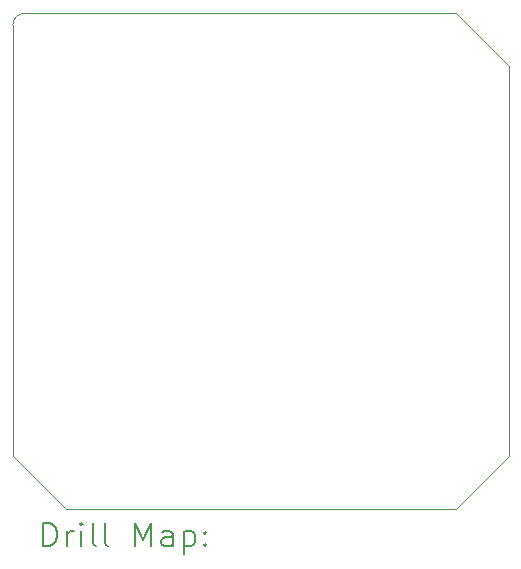
<source format=gbr>
%TF.GenerationSoftware,KiCad,Pcbnew,9.0.2*%
%TF.CreationDate,2026-01-19T19:13:55-08:00*%
%TF.ProjectId,OrreryMod,4f727265-7279-44d6-9f64-2e6b69636164,rev?*%
%TF.SameCoordinates,Original*%
%TF.FileFunction,Drillmap*%
%TF.FilePolarity,Positive*%
%FSLAX45Y45*%
G04 Gerber Fmt 4.5, Leading zero omitted, Abs format (unit mm)*
G04 Created by KiCad (PCBNEW 9.0.2) date 2026-01-19 19:13:55*
%MOMM*%
%LPD*%
G01*
G04 APERTURE LIST*
%ADD10C,0.050000*%
%ADD11C,0.200000*%
G04 APERTURE END LIST*
D10*
X7550000Y-7750000D02*
G75*
G02*
X7650000Y-7650000I100000J0D01*
G01*
X11750000Y-11400000D02*
X11300000Y-11850000D01*
X11750000Y-8100000D02*
X11300000Y-7650000D01*
X8000000Y-11850000D02*
X7550000Y-11400000D01*
X11300000Y-11850000D02*
X8000000Y-11850000D01*
X11750000Y-8200000D02*
X11750000Y-8100000D01*
X7550000Y-11400000D02*
X7550000Y-7750000D01*
X7650000Y-7650000D02*
X8100000Y-7650000D01*
X8100000Y-7650000D02*
X11200000Y-7650000D01*
X11750000Y-8200000D02*
X11750000Y-11300000D01*
X11300000Y-7650000D02*
X11200000Y-7650000D01*
X11750000Y-11300000D02*
X11750000Y-11400000D01*
D11*
X7808277Y-12163984D02*
X7808277Y-11963984D01*
X7808277Y-11963984D02*
X7855896Y-11963984D01*
X7855896Y-11963984D02*
X7884467Y-11973508D01*
X7884467Y-11973508D02*
X7903515Y-11992555D01*
X7903515Y-11992555D02*
X7913039Y-12011603D01*
X7913039Y-12011603D02*
X7922562Y-12049698D01*
X7922562Y-12049698D02*
X7922562Y-12078269D01*
X7922562Y-12078269D02*
X7913039Y-12116365D01*
X7913039Y-12116365D02*
X7903515Y-12135412D01*
X7903515Y-12135412D02*
X7884467Y-12154460D01*
X7884467Y-12154460D02*
X7855896Y-12163984D01*
X7855896Y-12163984D02*
X7808277Y-12163984D01*
X8008277Y-12163984D02*
X8008277Y-12030650D01*
X8008277Y-12068746D02*
X8017801Y-12049698D01*
X8017801Y-12049698D02*
X8027324Y-12040174D01*
X8027324Y-12040174D02*
X8046372Y-12030650D01*
X8046372Y-12030650D02*
X8065420Y-12030650D01*
X8132086Y-12163984D02*
X8132086Y-12030650D01*
X8132086Y-11963984D02*
X8122562Y-11973508D01*
X8122562Y-11973508D02*
X8132086Y-11983031D01*
X8132086Y-11983031D02*
X8141610Y-11973508D01*
X8141610Y-11973508D02*
X8132086Y-11963984D01*
X8132086Y-11963984D02*
X8132086Y-11983031D01*
X8255896Y-12163984D02*
X8236848Y-12154460D01*
X8236848Y-12154460D02*
X8227324Y-12135412D01*
X8227324Y-12135412D02*
X8227324Y-11963984D01*
X8360658Y-12163984D02*
X8341610Y-12154460D01*
X8341610Y-12154460D02*
X8332086Y-12135412D01*
X8332086Y-12135412D02*
X8332086Y-11963984D01*
X8589229Y-12163984D02*
X8589229Y-11963984D01*
X8589229Y-11963984D02*
X8655896Y-12106841D01*
X8655896Y-12106841D02*
X8722563Y-11963984D01*
X8722563Y-11963984D02*
X8722563Y-12163984D01*
X8903515Y-12163984D02*
X8903515Y-12059222D01*
X8903515Y-12059222D02*
X8893991Y-12040174D01*
X8893991Y-12040174D02*
X8874944Y-12030650D01*
X8874944Y-12030650D02*
X8836848Y-12030650D01*
X8836848Y-12030650D02*
X8817801Y-12040174D01*
X8903515Y-12154460D02*
X8884467Y-12163984D01*
X8884467Y-12163984D02*
X8836848Y-12163984D01*
X8836848Y-12163984D02*
X8817801Y-12154460D01*
X8817801Y-12154460D02*
X8808277Y-12135412D01*
X8808277Y-12135412D02*
X8808277Y-12116365D01*
X8808277Y-12116365D02*
X8817801Y-12097317D01*
X8817801Y-12097317D02*
X8836848Y-12087793D01*
X8836848Y-12087793D02*
X8884467Y-12087793D01*
X8884467Y-12087793D02*
X8903515Y-12078269D01*
X8998753Y-12030650D02*
X8998753Y-12230650D01*
X8998753Y-12040174D02*
X9017801Y-12030650D01*
X9017801Y-12030650D02*
X9055896Y-12030650D01*
X9055896Y-12030650D02*
X9074944Y-12040174D01*
X9074944Y-12040174D02*
X9084467Y-12049698D01*
X9084467Y-12049698D02*
X9093991Y-12068746D01*
X9093991Y-12068746D02*
X9093991Y-12125888D01*
X9093991Y-12125888D02*
X9084467Y-12144936D01*
X9084467Y-12144936D02*
X9074944Y-12154460D01*
X9074944Y-12154460D02*
X9055896Y-12163984D01*
X9055896Y-12163984D02*
X9017801Y-12163984D01*
X9017801Y-12163984D02*
X8998753Y-12154460D01*
X9179705Y-12144936D02*
X9189229Y-12154460D01*
X9189229Y-12154460D02*
X9179705Y-12163984D01*
X9179705Y-12163984D02*
X9170182Y-12154460D01*
X9170182Y-12154460D02*
X9179705Y-12144936D01*
X9179705Y-12144936D02*
X9179705Y-12163984D01*
X9179705Y-12040174D02*
X9189229Y-12049698D01*
X9189229Y-12049698D02*
X9179705Y-12059222D01*
X9179705Y-12059222D02*
X9170182Y-12049698D01*
X9170182Y-12049698D02*
X9179705Y-12040174D01*
X9179705Y-12040174D02*
X9179705Y-12059222D01*
M02*

</source>
